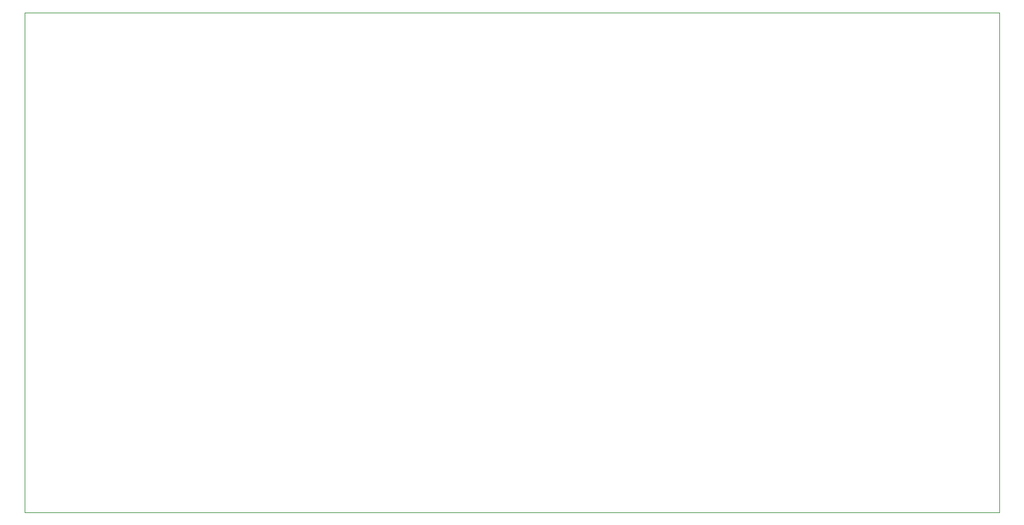
<source format=gbr>
%TF.GenerationSoftware,KiCad,Pcbnew,9.0.0*%
%TF.CreationDate,2025-04-23T22:03:11+02:00*%
%TF.ProjectId,Proyecto_ArgibayManuel_YangAlex,50726f79-6563-4746-9f5f-417267696261,rev?*%
%TF.SameCoordinates,Original*%
%TF.FileFunction,Profile,NP*%
%FSLAX46Y46*%
G04 Gerber Fmt 4.6, Leading zero omitted, Abs format (unit mm)*
G04 Created by KiCad (PCBNEW 9.0.0) date 2025-04-23 22:03:11*
%MOMM*%
%LPD*%
G01*
G04 APERTURE LIST*
%TA.AperFunction,Profile*%
%ADD10C,0.050000*%
%TD*%
G04 APERTURE END LIST*
D10*
X96000000Y-32500000D02*
X226500000Y-32500000D01*
X226500000Y-99500000D01*
X96000000Y-99500000D01*
X96000000Y-32500000D01*
M02*

</source>
